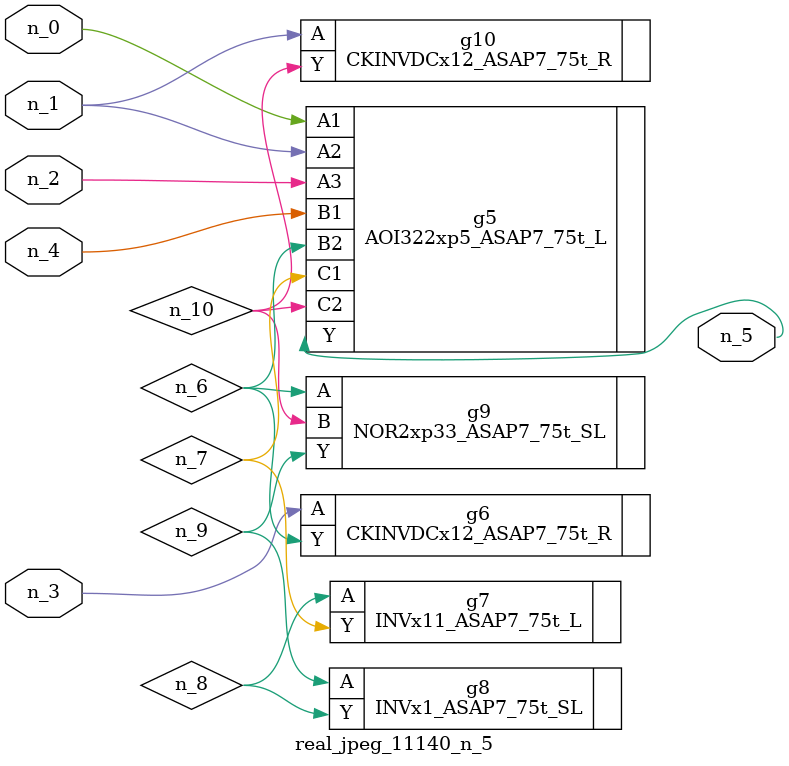
<source format=v>
module real_jpeg_11140_n_5 (n_4, n_0, n_1, n_2, n_3, n_5);

input n_4;
input n_0;
input n_1;
input n_2;
input n_3;

output n_5;

wire n_8;
wire n_6;
wire n_7;
wire n_10;
wire n_9;

AOI322xp5_ASAP7_75t_L g5 ( 
.A1(n_0),
.A2(n_1),
.A3(n_2),
.B1(n_4),
.B2(n_6),
.C1(n_7),
.C2(n_10),
.Y(n_5)
);

CKINVDCx12_ASAP7_75t_R g10 ( 
.A(n_1),
.Y(n_10)
);

CKINVDCx12_ASAP7_75t_R g6 ( 
.A(n_3),
.Y(n_6)
);

NOR2xp33_ASAP7_75t_SL g9 ( 
.A(n_6),
.B(n_10),
.Y(n_9)
);

INVx11_ASAP7_75t_L g7 ( 
.A(n_8),
.Y(n_7)
);

INVx1_ASAP7_75t_SL g8 ( 
.A(n_9),
.Y(n_8)
);


endmodule
</source>
